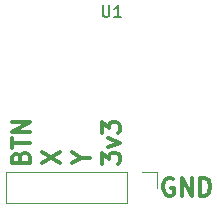
<source format=gbr>
%TF.GenerationSoftware,KiCad,Pcbnew,(6.0.1)*%
%TF.CreationDate,2022-04-14T00:08:53-05:00*%
%TF.ProjectId,THB001P,54484230-3031-4502-9e6b-696361645f70,rev?*%
%TF.SameCoordinates,Original*%
%TF.FileFunction,Legend,Top*%
%TF.FilePolarity,Positive*%
%FSLAX46Y46*%
G04 Gerber Fmt 4.6, Leading zero omitted, Abs format (unit mm)*
G04 Created by KiCad (PCBNEW (6.0.1)) date 2022-04-14 00:08:53*
%MOMM*%
%LPD*%
G01*
G04 APERTURE LIST*
%ADD10C,0.300000*%
%ADD11C,0.150000*%
%ADD12C,0.120000*%
G04 APERTURE END LIST*
D10*
X114427142Y-123710000D02*
X114284285Y-123638571D01*
X114070000Y-123638571D01*
X113855714Y-123710000D01*
X113712857Y-123852857D01*
X113641428Y-123995714D01*
X113570000Y-124281428D01*
X113570000Y-124495714D01*
X113641428Y-124781428D01*
X113712857Y-124924285D01*
X113855714Y-125067142D01*
X114070000Y-125138571D01*
X114212857Y-125138571D01*
X114427142Y-125067142D01*
X114498571Y-124995714D01*
X114498571Y-124495714D01*
X114212857Y-124495714D01*
X115141428Y-125138571D02*
X115141428Y-123638571D01*
X115998571Y-125138571D01*
X115998571Y-123638571D01*
X116712857Y-125138571D02*
X116712857Y-123638571D01*
X117070000Y-123638571D01*
X117284285Y-123710000D01*
X117427142Y-123852857D01*
X117498571Y-123995714D01*
X117570000Y-124281428D01*
X117570000Y-124495714D01*
X117498571Y-124781428D01*
X117427142Y-124924285D01*
X117284285Y-125067142D01*
X117070000Y-125138571D01*
X116712857Y-125138571D01*
X108398571Y-122435714D02*
X108398571Y-121507142D01*
X108970000Y-122007142D01*
X108970000Y-121792857D01*
X109041428Y-121650000D01*
X109112857Y-121578571D01*
X109255714Y-121507142D01*
X109612857Y-121507142D01*
X109755714Y-121578571D01*
X109827142Y-121650000D01*
X109898571Y-121792857D01*
X109898571Y-122221428D01*
X109827142Y-122364285D01*
X109755714Y-122435714D01*
X108898571Y-121007142D02*
X109898571Y-120650000D01*
X108898571Y-120292857D01*
X108398571Y-119864285D02*
X108398571Y-118935714D01*
X108970000Y-119435714D01*
X108970000Y-119221428D01*
X109041428Y-119078571D01*
X109112857Y-119007142D01*
X109255714Y-118935714D01*
X109612857Y-118935714D01*
X109755714Y-119007142D01*
X109827142Y-119078571D01*
X109898571Y-119221428D01*
X109898571Y-119650000D01*
X109827142Y-119792857D01*
X109755714Y-119864285D01*
X106644285Y-121920000D02*
X107358571Y-121920000D01*
X105858571Y-122420000D02*
X106644285Y-121920000D01*
X105858571Y-121420000D01*
X103318571Y-122420000D02*
X104818571Y-121420000D01*
X103318571Y-121420000D02*
X104818571Y-122420000D01*
X101492857Y-121900000D02*
X101564285Y-121685714D01*
X101635714Y-121614285D01*
X101778571Y-121542857D01*
X101992857Y-121542857D01*
X102135714Y-121614285D01*
X102207142Y-121685714D01*
X102278571Y-121828571D01*
X102278571Y-122400000D01*
X100778571Y-122400000D01*
X100778571Y-121900000D01*
X100850000Y-121757142D01*
X100921428Y-121685714D01*
X101064285Y-121614285D01*
X101207142Y-121614285D01*
X101350000Y-121685714D01*
X101421428Y-121757142D01*
X101492857Y-121900000D01*
X101492857Y-122400000D01*
X100778571Y-121114285D02*
X100778571Y-120257142D01*
X102278571Y-120685714D02*
X100778571Y-120685714D01*
X102278571Y-119757142D02*
X100778571Y-119757142D01*
X102278571Y-118900000D01*
X100778571Y-118900000D01*
D11*
%TO.C,U1*%
X108458095Y-109020236D02*
X108458095Y-109829760D01*
X108505714Y-109924998D01*
X108553333Y-109972617D01*
X108648571Y-110020236D01*
X108839047Y-110020236D01*
X108934285Y-109972617D01*
X108981904Y-109924998D01*
X109029523Y-109829760D01*
X109029523Y-109020236D01*
X110029523Y-110020236D02*
X109458095Y-110020236D01*
X109743809Y-110020236D02*
X109743809Y-109020236D01*
X109648571Y-109163094D01*
X109553333Y-109258332D01*
X109458095Y-109305951D01*
D12*
%TO.C,J1*%
X110485000Y-125790000D02*
X100265000Y-125790000D01*
X113085000Y-123130000D02*
X113085000Y-124460000D01*
X110485000Y-123130000D02*
X100265000Y-123130000D01*
X100265000Y-123130000D02*
X100265000Y-125790000D01*
X110485000Y-123130000D02*
X110485000Y-125790000D01*
X111755000Y-123130000D02*
X113085000Y-123130000D01*
%TD*%
M02*

</source>
